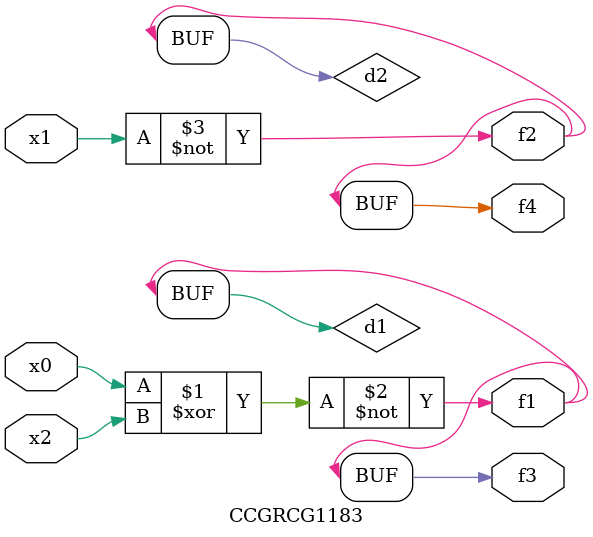
<source format=v>
module CCGRCG1183(
	input x0, x1, x2,
	output f1, f2, f3, f4
);

	wire d1, d2, d3;

	xnor (d1, x0, x2);
	nand (d2, x1);
	nor (d3, x1, x2);
	assign f1 = d1;
	assign f2 = d2;
	assign f3 = d1;
	assign f4 = d2;
endmodule

</source>
